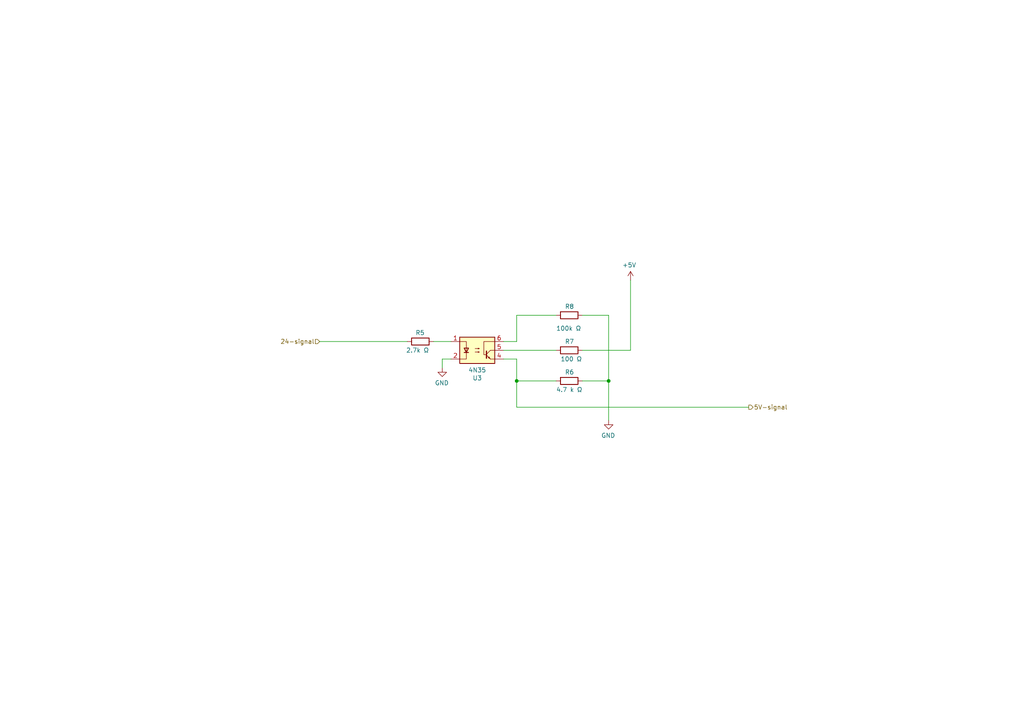
<source format=kicad_sch>
(kicad_sch (version 20211123) (generator eeschema)
  (paper "A4")
  (title_block (title "EXTRUDER CONTROL") (date "2021-11-01") (company "bioDigital Matter Lab") (comment 1 "Anton Tetov"))
  (lib_symbols
    (symbol "archive:Device_R" (pin_numbers hide) (pin_names (offset 0))
      (property "Reference" "R" (at 2.032 0 90))
      (property "Value" "Device_R" (at 0 0 90))
      (symbol "Device_R_0_1"
        (rectangle (start -1.016 -2.54) (end 1.016 2.54) (stroke (width 0.254)))
      )
      (symbol "Device_R_1_1"
        (pin passive line (at 0 3.81 270) (length 1.27) (name "~") (number "1"))
        (pin passive line (at 0 -3.81 90) (length 1.27) (name "~") (number "2"))
      )
    )
    (symbol "archive:power_+5V" (power) (pin_names (offset 0))
      (property "Value" "power_+5V" (at 0 3.556 0))
      (symbol "power_+5V_0_1"
        (polyline (pts (xy -0.762 1.27) (xy 0 2.54)))
        (polyline (pts (xy 0 0) (xy 0 2.54)))
        (polyline (pts (xy 0 2.54) (xy 0.762 1.27)))
      )
      (symbol "power_+5V_1_1"
        (pin power_in line (at 0 0 90) (length 0) hide (name "+5V") (number "1"))
      )
    )
    (symbol "archive:power_GND" (power) (pin_names (offset 0))
      (property "Value" "power_GND" (at 0 -3.81 0))
      (symbol "power_GND_0_1"
        (polyline (pts (xy 0 0) (xy 0 -1.27) (xy 1.27 -1.27) (xy 0 -2.54) (xy -1.27 -1.27) (xy 0 -1.27)))
      )
      (symbol "power_GND_1_1"
        (pin power_in line (at 0 0 270) (length 0) hide (name "GND") (number "1"))
      )
    )
    (symbol "archive:project_Isolator_4N35" (pin_names (offset 1.016))
      (property "Reference" "U" (at -5.08 5.08 0))
      (property "Value" "project_Isolator_4N35" (at 0 5.08 0))
      (symbol "project_Isolator_4N35_0_1"
        (rectangle (start -5.08 3.81) (end 5.08 -3.81) (stroke (width 0.254)) (fill (type background)))
        (polyline (pts (xy -3.81 -0.635) (xy -2.54 -0.635)) (stroke (width 0.254)))
        (polyline (pts (xy 2.667 -1.397) (xy 3.81 -2.54)))
        (polyline (pts (xy 2.667 -1.143) (xy 3.81 0)))
        (polyline (pts (xy 3.81 -2.54) (xy 5.08 -2.54)))
        (polyline (pts (xy 3.81 0) (xy 5.08 0)))
        (polyline (pts (xy 2.667 -0.254) (xy 2.667 -2.286) (xy 2.667 -2.286)) (stroke (width 0.3556)))
        (polyline (pts (xy -5.08 -2.54) (xy -3.175 -2.54) (xy -3.175 2.54) (xy -5.08 2.54)))
        (polyline (pts (xy -3.175 -0.635) (xy -3.81 0.635) (xy -2.54 0.635) (xy -3.175 -0.635)) (stroke (width 0.254)))
        (polyline (pts (xy 3.683 -2.413) (xy 3.429 -1.905) (xy 3.175 -2.159) (xy 3.683 -2.413)))
        (polyline (pts (xy 5.08 2.54) (xy 1.905 2.54) (xy 1.905 -1.27) (xy 2.54 -1.27)))
        (polyline (pts (xy -0.635 -0.508) (xy 0.635 -0.508) (xy 0.254 -0.635) (xy 0.254 -0.381) (xy 0.635 -0.508)))
        (polyline (pts (xy -0.635 0.508) (xy 0.635 0.508) (xy 0.254 0.381) (xy 0.254 0.635) (xy 0.635 0.508)))
      )
      (symbol "project_Isolator_4N35_1_1"
        (pin passive line (at -7.62 2.54 0) (length 2.54) (name "~") (number "1"))
        (pin passive line (at -7.62 -2.54 0) (length 2.54) (name "~") (number "2"))
        (pin no_connect line (at -5.08 0 0) (length 2.54) hide (name "NC") (number "3"))
        (pin passive line (at 7.62 -2.54 180) (length 2.54) (name "~") (number "4"))
        (pin passive line (at 7.62 0 180) (length 2.54) (name "~") (number "5"))
        (pin passive line (at 7.62 2.54 180) (length 2.54) (name "~") (number "6"))
      )
    )
  )
  (junction (at 176.53 110.49))
  (junction (at 149.86 110.49))
  (wire (pts (xy 146.05 99.06) (xy 149.86 99.06)))
  (wire (pts (xy 130.81 99.06) (xy 125.73 99.06)))
  (wire (pts (xy 161.29 110.49) (xy 149.86 110.49)))
  (wire (pts (xy 146.05 101.6) (xy 161.29 101.6)))
  (wire (pts (xy 149.86 91.44) (xy 161.29 91.44)))
  (wire (pts (xy 92.71 99.06) (xy 118.11 99.06)))
  (wire (pts (xy 176.53 110.49) (xy 176.53 91.44)))
  (wire (pts (xy 168.91 91.44) (xy 176.53 91.44)))
  (wire (pts (xy 149.86 118.11) (xy 217.17 118.11)))
  (wire (pts (xy 182.88 101.6) (xy 182.88 81.28)))
  (wire (pts (xy 149.86 118.11) (xy 149.86 110.49)))
  (wire (pts (xy 149.86 99.06) (xy 149.86 91.44)))
  (wire (pts (xy 176.53 110.49) (xy 176.53 121.92)))
  (wire (pts (xy 149.86 104.14) (xy 149.86 110.49)))
  (wire (pts (xy 130.81 104.14) (xy 128.27 104.14)))
  (wire (pts (xy 168.91 101.6) (xy 182.88 101.6)))
  (wire (pts (xy 146.05 104.14) (xy 149.86 104.14)))
  (wire (pts (xy 176.53 110.49) (xy 168.91 110.49)))
  (wire (pts (xy 128.27 104.14) (xy 128.27 106.68)))
  (hierarchical_label "24-signal" (shape input) (at 92.71 99.06 180))
  (hierarchical_label "5V-signal" (shape output) (at 217.17 118.11 0))
  (symbol (lib_id "archive:Device_R") (at 121.92 99.06 90) (mirror x)
    (property "Reference" "R5" (at 123.19 96.52 90) (effects (justify left)))
    (property "Value" "2.7k Ω" (at 124.46 101.6 90) (effects (justify left)))
    (property "Footprint" "project:R_Axial_DIN0207_L6.3mm_D2.5mm_P15.24mm_Horizontal" (effects hide))
  )
  (symbol (lib_id "archive:project_Isolator_4N35") (at 138.43 101.6 0)
    (property "Reference" "U3" (at 138.43 109.6518 0))
    (property "Value" "4N35" (at 138.43 107.3404 0))
    (property "Footprint" "project:DIP-6_W7.62mm" (effects hide))
    (property "Datasheet" "https://www.vishay.com/docs/81181/4n35.pdf" (effects hide))
  )
  (symbol (lib_id "archive:Device_R") (at 165.1 101.6 270) (mirror x)
    (property "Reference" "R7" (at 163.83 99.06 90) (effects (justify left)))
    (property "Value" "100 Ω" (at 162.56 104.14 90) (effects (justify left)))
    (property "Footprint" "project:R_Axial_DIN0207_L6.3mm_D2.5mm_P15.24mm_Horizontal" (effects hide))
  )
  (symbol (lib_id "archive:Device_R") (at 165.1 91.44 270) (mirror x)
    (property "Reference" "R8" (at 163.83 88.9 90) (effects (justify left)))
    (property "Value" "100k Ω" (at 161.29 95.25 90) (effects (justify left)))
    (property "Footprint" "project:R_Axial_DIN0207_L6.3mm_D2.5mm_P15.24mm_Horizontal" (effects hide))
  )
  (symbol (lib_id "archive:Device_R") (at 165.1 110.49 270) (mirror x)
    (property "Reference" "R6" (at 163.83 107.95 90) (effects (justify left)))
    (property "Value" "4.7 k Ω" (at 161.29 113.03 90) (effects (justify left)))
    (property "Footprint" "project:R_Axial_DIN0207_L6.3mm_D2.5mm_P15.24mm_Horizontal" (effects hide))
  )
  (symbol (lib_id "archive:power_+5V") (at 182.88 81.28 0) (mirror y)
    (property "Reference" "#PWR?" (effects hide))
    (property "Value" "+5V" (at 182.499 76.8858 0))
  )
  (symbol (lib_id "archive:power_GND") (at 128.27 106.68 0) (mirror y)
    (property "Reference" "#PWR?" (effects hide))
    (property "Value" "GND" (at 128.143 111.0742 0))
  )
  (symbol (lib_id "archive:power_GND") (at 176.53 121.92 0) (mirror y)
    (property "Reference" "#PWR?" (effects hide))
    (property "Value" "GND" (at 176.403 126.3142 0))
  )
)
</source>
